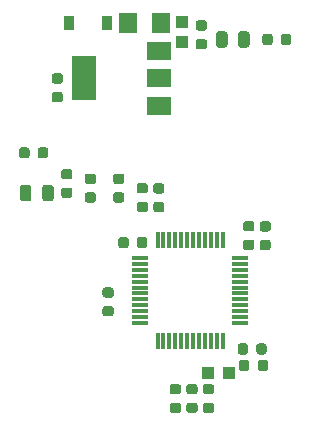
<source format=gbr>
%TF.GenerationSoftware,KiCad,Pcbnew,5.1.10-88a1d61d58~88~ubuntu20.04.1*%
%TF.CreationDate,2021-06-20T20:02:36+02:00*%
%TF.ProjectId,bluePillG,626c7565-5069-46c6-9c47-2e6b69636164,rev?*%
%TF.SameCoordinates,Original*%
%TF.FileFunction,Paste,Top*%
%TF.FilePolarity,Positive*%
%FSLAX46Y46*%
G04 Gerber Fmt 4.6, Leading zero omitted, Abs format (unit mm)*
G04 Created by KiCad (PCBNEW 5.1.10-88a1d61d58~88~ubuntu20.04.1) date 2021-06-20 20:02:36*
%MOMM*%
%LPD*%
G01*
G04 APERTURE LIST*
%ADD10R,0.900000X1.200000*%
%ADD11R,2.000000X1.500000*%
%ADD12R,2.000000X3.800000*%
%ADD13R,0.300000X1.475000*%
%ADD14R,1.475000X0.300000*%
%ADD15R,1.099820X0.998220*%
%ADD16R,0.998220X1.099820*%
%ADD17R,1.597660X1.798320*%
G04 APERTURE END LIST*
D10*
%TO.C,D1*%
X43950000Y-43600000D03*
X47250000Y-43600000D03*
%TD*%
%TO.C,C7*%
G36*
G01*
X51856250Y-58050000D02*
X51343750Y-58050000D01*
G75*
G02*
X51125000Y-57831250I0J218750D01*
G01*
X51125000Y-57393750D01*
G75*
G02*
X51343750Y-57175000I218750J0D01*
G01*
X51856250Y-57175000D01*
G75*
G02*
X52075000Y-57393750I0J-218750D01*
G01*
X52075000Y-57831250D01*
G75*
G02*
X51856250Y-58050000I-218750J0D01*
G01*
G37*
G36*
G01*
X51856250Y-59625000D02*
X51343750Y-59625000D01*
G75*
G02*
X51125000Y-59406250I0J218750D01*
G01*
X51125000Y-58968750D01*
G75*
G02*
X51343750Y-58750000I218750J0D01*
G01*
X51856250Y-58750000D01*
G75*
G02*
X52075000Y-58968750I0J-218750D01*
G01*
X52075000Y-59406250D01*
G75*
G02*
X51856250Y-59625000I-218750J0D01*
G01*
G37*
%TD*%
D11*
%TO.C,U1*%
X51600000Y-50600000D03*
X51600000Y-46000000D03*
X51600000Y-48300000D03*
D12*
X45300000Y-48300000D03*
%TD*%
%TO.C,R5*%
G36*
G01*
X43543750Y-57550000D02*
X44056250Y-57550000D01*
G75*
G02*
X44275000Y-57768750I0J-218750D01*
G01*
X44275000Y-58206250D01*
G75*
G02*
X44056250Y-58425000I-218750J0D01*
G01*
X43543750Y-58425000D01*
G75*
G02*
X43325000Y-58206250I0J218750D01*
G01*
X43325000Y-57768750D01*
G75*
G02*
X43543750Y-57550000I218750J0D01*
G01*
G37*
G36*
G01*
X43543750Y-55975000D02*
X44056250Y-55975000D01*
G75*
G02*
X44275000Y-56193750I0J-218750D01*
G01*
X44275000Y-56631250D01*
G75*
G02*
X44056250Y-56850000I-218750J0D01*
G01*
X43543750Y-56850000D01*
G75*
G02*
X43325000Y-56631250I0J218750D01*
G01*
X43325000Y-56193750D01*
G75*
G02*
X43543750Y-55975000I218750J0D01*
G01*
G37*
%TD*%
%TO.C,R4*%
G36*
G01*
X40650000Y-54343750D02*
X40650000Y-54856250D01*
G75*
G02*
X40431250Y-55075000I-218750J0D01*
G01*
X39993750Y-55075000D01*
G75*
G02*
X39775000Y-54856250I0J218750D01*
G01*
X39775000Y-54343750D01*
G75*
G02*
X39993750Y-54125000I218750J0D01*
G01*
X40431250Y-54125000D01*
G75*
G02*
X40650000Y-54343750I0J-218750D01*
G01*
G37*
G36*
G01*
X42225000Y-54343750D02*
X42225000Y-54856250D01*
G75*
G02*
X42006250Y-55075000I-218750J0D01*
G01*
X41568750Y-55075000D01*
G75*
G02*
X41350000Y-54856250I0J218750D01*
G01*
X41350000Y-54343750D01*
G75*
G02*
X41568750Y-54125000I218750J0D01*
G01*
X42006250Y-54125000D01*
G75*
G02*
X42225000Y-54343750I0J-218750D01*
G01*
G37*
%TD*%
%TO.C,R3*%
G36*
G01*
X47043750Y-67562500D02*
X47556250Y-67562500D01*
G75*
G02*
X47775000Y-67781250I0J-218750D01*
G01*
X47775000Y-68218750D01*
G75*
G02*
X47556250Y-68437500I-218750J0D01*
G01*
X47043750Y-68437500D01*
G75*
G02*
X46825000Y-68218750I0J218750D01*
G01*
X46825000Y-67781250D01*
G75*
G02*
X47043750Y-67562500I218750J0D01*
G01*
G37*
G36*
G01*
X47043750Y-65987500D02*
X47556250Y-65987500D01*
G75*
G02*
X47775000Y-66206250I0J-218750D01*
G01*
X47775000Y-66643750D01*
G75*
G02*
X47556250Y-66862500I-218750J0D01*
G01*
X47043750Y-66862500D01*
G75*
G02*
X46825000Y-66643750I0J218750D01*
G01*
X46825000Y-66206250D01*
G75*
G02*
X47043750Y-65987500I218750J0D01*
G01*
G37*
%TD*%
%TO.C,R1*%
G36*
G01*
X61937500Y-45256250D02*
X61937500Y-44743750D01*
G75*
G02*
X62156250Y-44525000I218750J0D01*
G01*
X62593750Y-44525000D01*
G75*
G02*
X62812500Y-44743750I0J-218750D01*
G01*
X62812500Y-45256250D01*
G75*
G02*
X62593750Y-45475000I-218750J0D01*
G01*
X62156250Y-45475000D01*
G75*
G02*
X61937500Y-45256250I0J218750D01*
G01*
G37*
G36*
G01*
X60362500Y-45256250D02*
X60362500Y-44743750D01*
G75*
G02*
X60581250Y-44525000I218750J0D01*
G01*
X61018750Y-44525000D01*
G75*
G02*
X61237500Y-44743750I0J-218750D01*
G01*
X61237500Y-45256250D01*
G75*
G02*
X61018750Y-45475000I-218750J0D01*
G01*
X60581250Y-45475000D01*
G75*
G02*
X60362500Y-45256250I0J218750D01*
G01*
G37*
%TD*%
D13*
%TO.C,IC1*%
X51488000Y-62012000D03*
X51988000Y-62012000D03*
X52488000Y-62012000D03*
X52988000Y-62012000D03*
X53488000Y-62012000D03*
X53988000Y-62012000D03*
X54488000Y-62012000D03*
X54988000Y-62012000D03*
X55488000Y-62012000D03*
X55988000Y-62012000D03*
X56488000Y-62012000D03*
X56988000Y-62012000D03*
D14*
X58476000Y-63500000D03*
X58476000Y-64000000D03*
X58476000Y-64500000D03*
X58476000Y-65000000D03*
X58476000Y-65500000D03*
X58476000Y-66000000D03*
X58476000Y-66500000D03*
X58476000Y-67000000D03*
X58476000Y-67500000D03*
X58476000Y-68000000D03*
X58476000Y-68500000D03*
X58476000Y-69000000D03*
D13*
X56988000Y-70488000D03*
X56488000Y-70488000D03*
X55988000Y-70488000D03*
X55488000Y-70488000D03*
X54988000Y-70488000D03*
X54488000Y-70488000D03*
X53988000Y-70488000D03*
X53488000Y-70488000D03*
X52988000Y-70488000D03*
X52488000Y-70488000D03*
X51988000Y-70488000D03*
X51488000Y-70488000D03*
D14*
X50000000Y-69000000D03*
X50000000Y-68500000D03*
X50000000Y-68000000D03*
X50000000Y-67500000D03*
X50000000Y-67000000D03*
X50000000Y-66500000D03*
X50000000Y-66000000D03*
X50000000Y-65500000D03*
X50000000Y-65000000D03*
X50000000Y-64500000D03*
X50000000Y-64000000D03*
X50000000Y-63500000D03*
%TD*%
D15*
%TO.C,FB2*%
X57496720Y-73200000D03*
X55800000Y-73200000D03*
%TD*%
D16*
%TO.C,FB1*%
X53600000Y-43551640D03*
X53600000Y-45248360D03*
%TD*%
D17*
%TO.C,F1*%
X49000000Y-43600000D03*
X51799080Y-43600000D03*
%TD*%
%TO.C,D3*%
G36*
G01*
X41712500Y-58456250D02*
X41712500Y-57543750D01*
G75*
G02*
X41956250Y-57300000I243750J0D01*
G01*
X42443750Y-57300000D01*
G75*
G02*
X42687500Y-57543750I0J-243750D01*
G01*
X42687500Y-58456250D01*
G75*
G02*
X42443750Y-58700000I-243750J0D01*
G01*
X41956250Y-58700000D01*
G75*
G02*
X41712500Y-58456250I0J243750D01*
G01*
G37*
G36*
G01*
X39837500Y-58456250D02*
X39837500Y-57543750D01*
G75*
G02*
X40081250Y-57300000I243750J0D01*
G01*
X40568750Y-57300000D01*
G75*
G02*
X40812500Y-57543750I0J-243750D01*
G01*
X40812500Y-58456250D01*
G75*
G02*
X40568750Y-58700000I-243750J0D01*
G01*
X40081250Y-58700000D01*
G75*
G02*
X39837500Y-58456250I0J243750D01*
G01*
G37*
%TD*%
%TO.C,D2*%
G36*
G01*
X57412500Y-44543750D02*
X57412500Y-45456250D01*
G75*
G02*
X57168750Y-45700000I-243750J0D01*
G01*
X56681250Y-45700000D01*
G75*
G02*
X56437500Y-45456250I0J243750D01*
G01*
X56437500Y-44543750D01*
G75*
G02*
X56681250Y-44300000I243750J0D01*
G01*
X57168750Y-44300000D01*
G75*
G02*
X57412500Y-44543750I0J-243750D01*
G01*
G37*
G36*
G01*
X59287500Y-44543750D02*
X59287500Y-45456250D01*
G75*
G02*
X59043750Y-45700000I-243750J0D01*
G01*
X58556250Y-45700000D01*
G75*
G02*
X58312500Y-45456250I0J243750D01*
G01*
X58312500Y-44543750D01*
G75*
G02*
X58556250Y-44300000I243750J0D01*
G01*
X59043750Y-44300000D01*
G75*
G02*
X59287500Y-44543750I0J-243750D01*
G01*
G37*
%TD*%
%TO.C,C17*%
G36*
G01*
X46056250Y-57237500D02*
X45543750Y-57237500D01*
G75*
G02*
X45325000Y-57018750I0J218750D01*
G01*
X45325000Y-56581250D01*
G75*
G02*
X45543750Y-56362500I218750J0D01*
G01*
X46056250Y-56362500D01*
G75*
G02*
X46275000Y-56581250I0J-218750D01*
G01*
X46275000Y-57018750D01*
G75*
G02*
X46056250Y-57237500I-218750J0D01*
G01*
G37*
G36*
G01*
X46056250Y-58812500D02*
X45543750Y-58812500D01*
G75*
G02*
X45325000Y-58593750I0J218750D01*
G01*
X45325000Y-58156250D01*
G75*
G02*
X45543750Y-57937500I218750J0D01*
G01*
X46056250Y-57937500D01*
G75*
G02*
X46275000Y-58156250I0J-218750D01*
G01*
X46275000Y-58593750D01*
G75*
G02*
X46056250Y-58812500I-218750J0D01*
G01*
G37*
%TD*%
%TO.C,C16*%
G36*
G01*
X48456250Y-57237500D02*
X47943750Y-57237500D01*
G75*
G02*
X47725000Y-57018750I0J218750D01*
G01*
X47725000Y-56581250D01*
G75*
G02*
X47943750Y-56362500I218750J0D01*
G01*
X48456250Y-56362500D01*
G75*
G02*
X48675000Y-56581250I0J-218750D01*
G01*
X48675000Y-57018750D01*
G75*
G02*
X48456250Y-57237500I-218750J0D01*
G01*
G37*
G36*
G01*
X48456250Y-58812500D02*
X47943750Y-58812500D01*
G75*
G02*
X47725000Y-58593750I0J218750D01*
G01*
X47725000Y-58156250D01*
G75*
G02*
X47943750Y-57937500I218750J0D01*
G01*
X48456250Y-57937500D01*
G75*
G02*
X48675000Y-58156250I0J-218750D01*
G01*
X48675000Y-58593750D01*
G75*
G02*
X48456250Y-58812500I-218750J0D01*
G01*
G37*
%TD*%
%TO.C,C14*%
G36*
G01*
X42743750Y-49437500D02*
X43256250Y-49437500D01*
G75*
G02*
X43475000Y-49656250I0J-218750D01*
G01*
X43475000Y-50093750D01*
G75*
G02*
X43256250Y-50312500I-218750J0D01*
G01*
X42743750Y-50312500D01*
G75*
G02*
X42525000Y-50093750I0J218750D01*
G01*
X42525000Y-49656250D01*
G75*
G02*
X42743750Y-49437500I218750J0D01*
G01*
G37*
G36*
G01*
X42743750Y-47862500D02*
X43256250Y-47862500D01*
G75*
G02*
X43475000Y-48081250I0J-218750D01*
G01*
X43475000Y-48518750D01*
G75*
G02*
X43256250Y-48737500I-218750J0D01*
G01*
X42743750Y-48737500D01*
G75*
G02*
X42525000Y-48518750I0J218750D01*
G01*
X42525000Y-48081250D01*
G75*
G02*
X42743750Y-47862500I218750J0D01*
G01*
G37*
%TD*%
%TO.C,C13*%
G36*
G01*
X55456250Y-44262500D02*
X54943750Y-44262500D01*
G75*
G02*
X54725000Y-44043750I0J218750D01*
G01*
X54725000Y-43606250D01*
G75*
G02*
X54943750Y-43387500I218750J0D01*
G01*
X55456250Y-43387500D01*
G75*
G02*
X55675000Y-43606250I0J-218750D01*
G01*
X55675000Y-44043750D01*
G75*
G02*
X55456250Y-44262500I-218750J0D01*
G01*
G37*
G36*
G01*
X55456250Y-45837500D02*
X54943750Y-45837500D01*
G75*
G02*
X54725000Y-45618750I0J218750D01*
G01*
X54725000Y-45181250D01*
G75*
G02*
X54943750Y-44962500I218750J0D01*
G01*
X55456250Y-44962500D01*
G75*
G02*
X55675000Y-45181250I0J-218750D01*
G01*
X55675000Y-45618750D01*
G75*
G02*
X55456250Y-45837500I-218750J0D01*
G01*
G37*
%TD*%
%TO.C,C12*%
G36*
G01*
X59456250Y-61250000D02*
X58943750Y-61250000D01*
G75*
G02*
X58725000Y-61031250I0J218750D01*
G01*
X58725000Y-60593750D01*
G75*
G02*
X58943750Y-60375000I218750J0D01*
G01*
X59456250Y-60375000D01*
G75*
G02*
X59675000Y-60593750I0J-218750D01*
G01*
X59675000Y-61031250D01*
G75*
G02*
X59456250Y-61250000I-218750J0D01*
G01*
G37*
G36*
G01*
X59456250Y-62825000D02*
X58943750Y-62825000D01*
G75*
G02*
X58725000Y-62606250I0J218750D01*
G01*
X58725000Y-62168750D01*
G75*
G02*
X58943750Y-61950000I218750J0D01*
G01*
X59456250Y-61950000D01*
G75*
G02*
X59675000Y-62168750I0J-218750D01*
G01*
X59675000Y-62606250D01*
G75*
G02*
X59456250Y-62825000I-218750J0D01*
G01*
G37*
%TD*%
%TO.C,C11*%
G36*
G01*
X60856250Y-61262500D02*
X60343750Y-61262500D01*
G75*
G02*
X60125000Y-61043750I0J218750D01*
G01*
X60125000Y-60606250D01*
G75*
G02*
X60343750Y-60387500I218750J0D01*
G01*
X60856250Y-60387500D01*
G75*
G02*
X61075000Y-60606250I0J-218750D01*
G01*
X61075000Y-61043750D01*
G75*
G02*
X60856250Y-61262500I-218750J0D01*
G01*
G37*
G36*
G01*
X60856250Y-62837500D02*
X60343750Y-62837500D01*
G75*
G02*
X60125000Y-62618750I0J218750D01*
G01*
X60125000Y-62181250D01*
G75*
G02*
X60343750Y-61962500I218750J0D01*
G01*
X60856250Y-61962500D01*
G75*
G02*
X61075000Y-62181250I0J-218750D01*
G01*
X61075000Y-62618750D01*
G75*
G02*
X60856250Y-62837500I-218750J0D01*
G01*
G37*
%TD*%
%TO.C,C10*%
G36*
G01*
X59850000Y-71456250D02*
X59850000Y-70943750D01*
G75*
G02*
X60068750Y-70725000I218750J0D01*
G01*
X60506250Y-70725000D01*
G75*
G02*
X60725000Y-70943750I0J-218750D01*
G01*
X60725000Y-71456250D01*
G75*
G02*
X60506250Y-71675000I-218750J0D01*
G01*
X60068750Y-71675000D01*
G75*
G02*
X59850000Y-71456250I0J218750D01*
G01*
G37*
G36*
G01*
X58275000Y-71456250D02*
X58275000Y-70943750D01*
G75*
G02*
X58493750Y-70725000I218750J0D01*
G01*
X58931250Y-70725000D01*
G75*
G02*
X59150000Y-70943750I0J-218750D01*
G01*
X59150000Y-71456250D01*
G75*
G02*
X58931250Y-71675000I-218750J0D01*
G01*
X58493750Y-71675000D01*
G75*
G02*
X58275000Y-71456250I0J218750D01*
G01*
G37*
%TD*%
%TO.C,C9*%
G36*
G01*
X59962500Y-72856250D02*
X59962500Y-72343750D01*
G75*
G02*
X60181250Y-72125000I218750J0D01*
G01*
X60618750Y-72125000D01*
G75*
G02*
X60837500Y-72343750I0J-218750D01*
G01*
X60837500Y-72856250D01*
G75*
G02*
X60618750Y-73075000I-218750J0D01*
G01*
X60181250Y-73075000D01*
G75*
G02*
X59962500Y-72856250I0J218750D01*
G01*
G37*
G36*
G01*
X58387500Y-72856250D02*
X58387500Y-72343750D01*
G75*
G02*
X58606250Y-72125000I218750J0D01*
G01*
X59043750Y-72125000D01*
G75*
G02*
X59262500Y-72343750I0J-218750D01*
G01*
X59262500Y-72856250D01*
G75*
G02*
X59043750Y-73075000I-218750J0D01*
G01*
X58606250Y-73075000D01*
G75*
G02*
X58387500Y-72856250I0J218750D01*
G01*
G37*
%TD*%
%TO.C,C8*%
G36*
G01*
X50456250Y-58037500D02*
X49943750Y-58037500D01*
G75*
G02*
X49725000Y-57818750I0J218750D01*
G01*
X49725000Y-57381250D01*
G75*
G02*
X49943750Y-57162500I218750J0D01*
G01*
X50456250Y-57162500D01*
G75*
G02*
X50675000Y-57381250I0J-218750D01*
G01*
X50675000Y-57818750D01*
G75*
G02*
X50456250Y-58037500I-218750J0D01*
G01*
G37*
G36*
G01*
X50456250Y-59612500D02*
X49943750Y-59612500D01*
G75*
G02*
X49725000Y-59393750I0J218750D01*
G01*
X49725000Y-58956250D01*
G75*
G02*
X49943750Y-58737500I218750J0D01*
G01*
X50456250Y-58737500D01*
G75*
G02*
X50675000Y-58956250I0J-218750D01*
G01*
X50675000Y-59393750D01*
G75*
G02*
X50456250Y-59612500I-218750J0D01*
G01*
G37*
%TD*%
%TO.C,C6*%
G36*
G01*
X49737500Y-62456250D02*
X49737500Y-61943750D01*
G75*
G02*
X49956250Y-61725000I218750J0D01*
G01*
X50393750Y-61725000D01*
G75*
G02*
X50612500Y-61943750I0J-218750D01*
G01*
X50612500Y-62456250D01*
G75*
G02*
X50393750Y-62675000I-218750J0D01*
G01*
X49956250Y-62675000D01*
G75*
G02*
X49737500Y-62456250I0J218750D01*
G01*
G37*
G36*
G01*
X48162500Y-62456250D02*
X48162500Y-61943750D01*
G75*
G02*
X48381250Y-61725000I218750J0D01*
G01*
X48818750Y-61725000D01*
G75*
G02*
X49037500Y-61943750I0J-218750D01*
G01*
X49037500Y-62456250D01*
G75*
G02*
X48818750Y-62675000I-218750J0D01*
G01*
X48381250Y-62675000D01*
G75*
G02*
X48162500Y-62456250I0J218750D01*
G01*
G37*
%TD*%
%TO.C,C4*%
G36*
G01*
X55543750Y-75750000D02*
X56056250Y-75750000D01*
G75*
G02*
X56275000Y-75968750I0J-218750D01*
G01*
X56275000Y-76406250D01*
G75*
G02*
X56056250Y-76625000I-218750J0D01*
G01*
X55543750Y-76625000D01*
G75*
G02*
X55325000Y-76406250I0J218750D01*
G01*
X55325000Y-75968750D01*
G75*
G02*
X55543750Y-75750000I218750J0D01*
G01*
G37*
G36*
G01*
X55543750Y-74175000D02*
X56056250Y-74175000D01*
G75*
G02*
X56275000Y-74393750I0J-218750D01*
G01*
X56275000Y-74831250D01*
G75*
G02*
X56056250Y-75050000I-218750J0D01*
G01*
X55543750Y-75050000D01*
G75*
G02*
X55325000Y-74831250I0J218750D01*
G01*
X55325000Y-74393750D01*
G75*
G02*
X55543750Y-74175000I218750J0D01*
G01*
G37*
%TD*%
%TO.C,C3*%
G36*
G01*
X54143750Y-75750000D02*
X54656250Y-75750000D01*
G75*
G02*
X54875000Y-75968750I0J-218750D01*
G01*
X54875000Y-76406250D01*
G75*
G02*
X54656250Y-76625000I-218750J0D01*
G01*
X54143750Y-76625000D01*
G75*
G02*
X53925000Y-76406250I0J218750D01*
G01*
X53925000Y-75968750D01*
G75*
G02*
X54143750Y-75750000I218750J0D01*
G01*
G37*
G36*
G01*
X54143750Y-74175000D02*
X54656250Y-74175000D01*
G75*
G02*
X54875000Y-74393750I0J-218750D01*
G01*
X54875000Y-74831250D01*
G75*
G02*
X54656250Y-75050000I-218750J0D01*
G01*
X54143750Y-75050000D01*
G75*
G02*
X53925000Y-74831250I0J218750D01*
G01*
X53925000Y-74393750D01*
G75*
G02*
X54143750Y-74175000I218750J0D01*
G01*
G37*
%TD*%
%TO.C,C1*%
G36*
G01*
X52743750Y-75750000D02*
X53256250Y-75750000D01*
G75*
G02*
X53475000Y-75968750I0J-218750D01*
G01*
X53475000Y-76406250D01*
G75*
G02*
X53256250Y-76625000I-218750J0D01*
G01*
X52743750Y-76625000D01*
G75*
G02*
X52525000Y-76406250I0J218750D01*
G01*
X52525000Y-75968750D01*
G75*
G02*
X52743750Y-75750000I218750J0D01*
G01*
G37*
G36*
G01*
X52743750Y-74175000D02*
X53256250Y-74175000D01*
G75*
G02*
X53475000Y-74393750I0J-218750D01*
G01*
X53475000Y-74831250D01*
G75*
G02*
X53256250Y-75050000I-218750J0D01*
G01*
X52743750Y-75050000D01*
G75*
G02*
X52525000Y-74831250I0J218750D01*
G01*
X52525000Y-74393750D01*
G75*
G02*
X52743750Y-74175000I218750J0D01*
G01*
G37*
%TD*%
M02*

</source>
